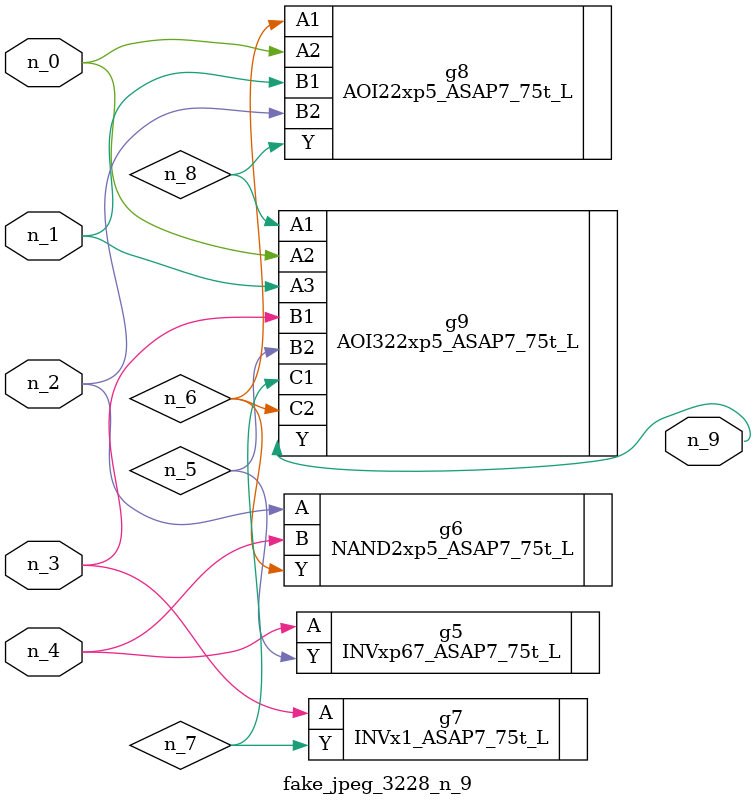
<source format=v>
module fake_jpeg_3228_n_9 (n_3, n_2, n_1, n_0, n_4, n_9);

input n_3;
input n_2;
input n_1;
input n_0;
input n_4;

output n_9;

wire n_8;
wire n_6;
wire n_5;
wire n_7;

INVxp67_ASAP7_75t_L g5 ( 
.A(n_4),
.Y(n_5)
);

NAND2xp5_ASAP7_75t_L g6 ( 
.A(n_2),
.B(n_4),
.Y(n_6)
);

INVx1_ASAP7_75t_L g7 ( 
.A(n_3),
.Y(n_7)
);

AOI22xp5_ASAP7_75t_L g8 ( 
.A1(n_6),
.A2(n_0),
.B1(n_1),
.B2(n_2),
.Y(n_8)
);

AOI322xp5_ASAP7_75t_L g9 ( 
.A1(n_8),
.A2(n_0),
.A3(n_1),
.B1(n_3),
.B2(n_5),
.C1(n_7),
.C2(n_6),
.Y(n_9)
);


endmodule
</source>
